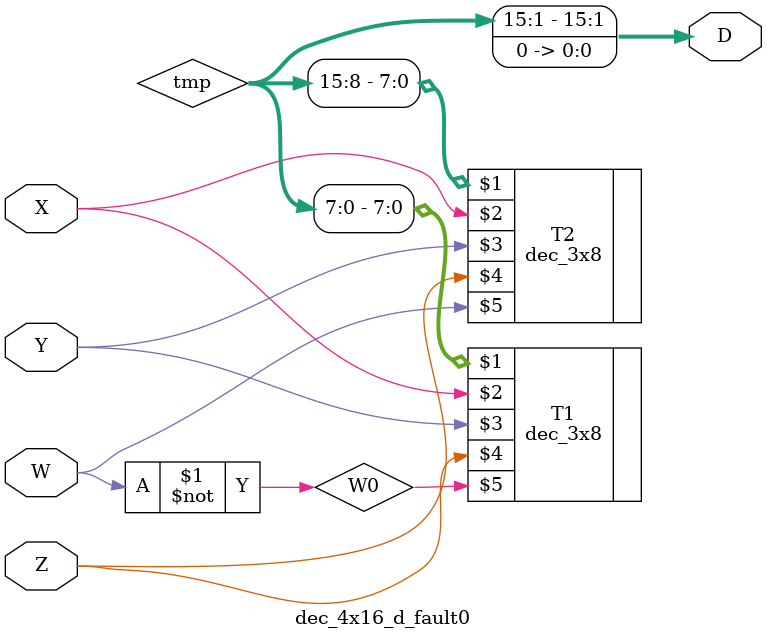
<source format=v>
`timescale 1ns / 1ps
module dec_4x16_d_fault0(output [15:0]D, input X,Y,Z,W);
wire [15:0] tmp; 
wire W0;
not(W0,W);
dec_3x8 T1(tmp[7:0],X,Y,Z,W0), T2(tmp[15:8],X,Y,Z,W);
assign D[15:1] = tmp[15:1];
assign D[0] = 0;

endmodule

</source>
